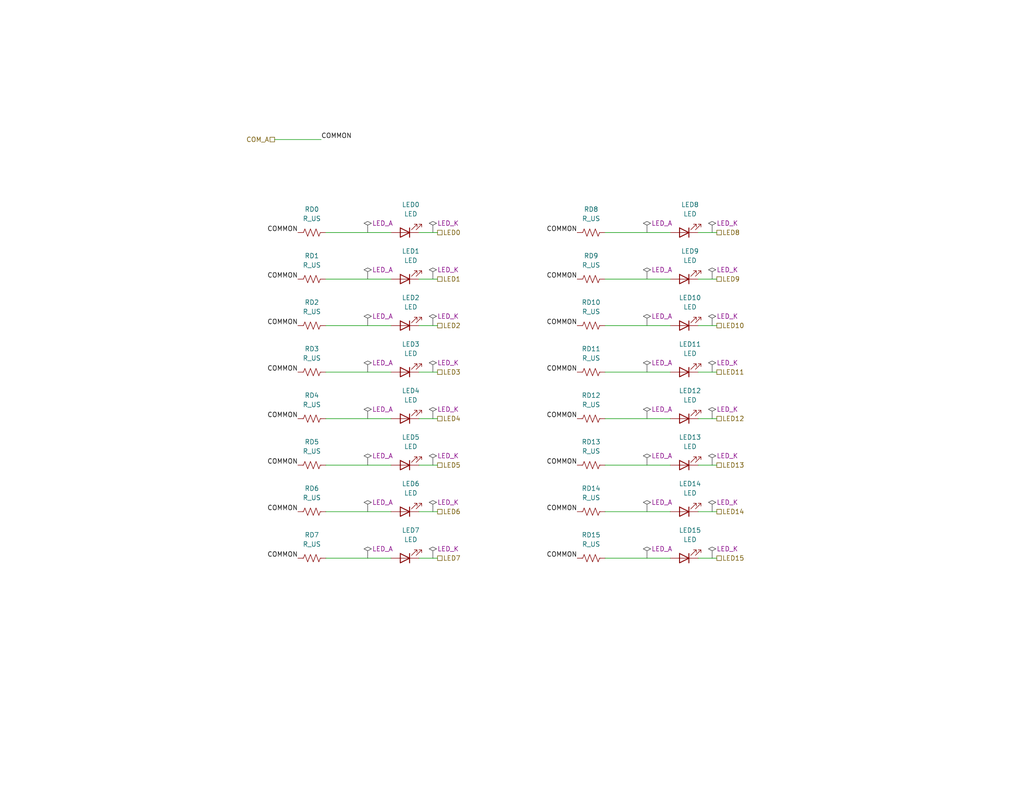
<source format=kicad_sch>
(kicad_sch (version 20250114) (generator "eeschema") (generator_version "9.0")
  (paper "USLetter")
  (title_block (title "Live Laugh Lamp") (date "2025-12-27") (rev "1") (company "Ivan Veloz"))
  (lib_symbols
    (symbol "Device:LED" (pin_numbers (hide yes)) (pin_names (offset 1.016) (hide yes))
      (property "Reference" "D" (at 0 2.54 0))
      (property "Value" "LED" (at 0 -2.54 0))
      (symbol "LED_0_1"
        (polyline (pts (xy -3.048 -0.762) (xy -4.572 -2.286) (xy -3.81 -2.286) (xy -4.572 -2.286) (xy -4.572 -1.524)))
        (polyline (pts (xy -1.778 -0.762) (xy -3.302 -2.286) (xy -2.54 -2.286) (xy -3.302 -2.286) (xy -3.302 -1.524)))
        (polyline (pts (xy -1.27 0) (xy 1.27 0)))
        (polyline (pts (xy -1.27 -1.27) (xy -1.27 1.27)) (stroke (width 0.254)))
        (polyline (pts (xy 1.27 -1.27) (xy 1.27 1.27) (xy -1.27 0) (xy 1.27 -1.27)) (stroke (width 0.254)))
      )
      (symbol "LED_1_1"
        (pin passive line (at -3.81 0 0) (length 2.54) (name "K") (number "1"))
        (pin passive line (at 3.81 0 180) (length 2.54) (name "A") (number "2"))
      )
    )
    (symbol "Device:R_US" (pin_numbers (hide yes)) (pin_names (offset 0))
      (property "Reference" "R" (at 2.54 0 90))
      (property "Value" "R_US" (at -2.54 0 90))
      (symbol "R_US_0_1"
        (polyline (pts (xy 0 2.286) (xy 0 2.54)))
        (polyline (pts (xy 0 2.286) (xy 1.016 1.905) (xy 0 1.524) (xy -1.016 1.143) (xy 0 0.762)))
        (polyline (pts (xy 0 0.762) (xy 1.016 0.381) (xy 0 0) (xy -1.016 -0.381) (xy 0 -0.762)))
        (polyline (pts (xy 0 -0.762) (xy 1.016 -1.143) (xy 0 -1.524) (xy -1.016 -1.905) (xy 0 -2.286)))
        (polyline (pts (xy 0 -2.286) (xy 0 -2.54)))
      )
      (symbol "R_US_1_1"
        (pin passive line (at 0 3.81 270) (length 1.27) (name "~") (number "1"))
        (pin passive line (at 0 -3.81 90) (length 1.27) (name "~") (number "2"))
      )
    )
  )
  (wire (pts (xy 165.1 139.7) (xy 182.88 139.7)))
  (wire (pts (xy 114.3 76.2) (xy 119.38 76.2)))
  (wire (pts (xy 165.1 114.3) (xy 182.88 114.3)))
  (wire (pts (xy 114.3 88.9) (xy 119.38 88.9)))
  (wire (pts (xy 190.5 63.5) (xy 195.58 63.5)))
  (wire (pts (xy 114.3 152.4) (xy 119.38 152.4)))
  (wire (pts (xy 88.9 63.5) (xy 106.68 63.5)))
  (wire (pts (xy 88.9 152.4) (xy 106.68 152.4)))
  (wire (pts (xy 190.5 114.3) (xy 195.58 114.3)))
  (wire (pts (xy 165.1 101.6) (xy 182.88 101.6)))
  (wire (pts (xy 88.9 101.6) (xy 106.68 101.6)))
  (wire (pts (xy 190.5 152.4) (xy 195.58 152.4)))
  (wire (pts (xy 88.9 88.9) (xy 106.68 88.9)))
  (wire (pts (xy 88.9 114.3) (xy 106.68 114.3)))
  (wire (pts (xy 165.1 88.9) (xy 182.88 88.9)))
  (wire (pts (xy 190.5 101.6) (xy 195.58 101.6)))
  (wire (pts (xy 114.3 139.7) (xy 119.38 139.7)))
  (wire (pts (xy 190.5 76.2) (xy 195.58 76.2)))
  (wire (pts (xy 190.5 139.7) (xy 195.58 139.7)))
  (wire (pts (xy 74.93 38.1) (xy 87.63 38.1)))
  (wire (pts (xy 165.1 152.4) (xy 182.88 152.4)))
  (wire (pts (xy 190.5 88.9) (xy 195.58 88.9)))
  (wire (pts (xy 114.3 63.5) (xy 119.38 63.5)))
  (wire (pts (xy 165.1 76.2) (xy 182.88 76.2)))
  (wire (pts (xy 114.3 114.3) (xy 119.38 114.3)))
  (wire (pts (xy 190.5 127) (xy 195.58 127)))
  (wire (pts (xy 88.9 127) (xy 106.68 127)))
  (wire (pts (xy 165.1 127) (xy 182.88 127)))
  (wire (pts (xy 88.9 139.7) (xy 106.68 139.7)))
  (wire (pts (xy 165.1 63.5) (xy 182.88 63.5)))
  (wire (pts (xy 88.9 76.2) (xy 106.68 76.2)))
  (wire (pts (xy 114.3 127) (xy 119.38 127)))
  (wire (pts (xy 114.3 101.6) (xy 119.38 101.6)))
  (label "COMMON" (at 157.48 63.5 180))
  (label "COMMON" (at 81.28 152.4 180))
  (label "COMMON" (at 157.48 139.7 180))
  (label "COMMON" (at 157.48 76.2 180))
  (label "COMMON" (at 81.28 88.9 180))
  (label "COMMON" (at 81.28 63.5 180))
  (label "COMMON" (at 81.28 127 180))
  (label "COMMON" (at 157.48 88.9 180))
  (label "COMMON" (at 81.28 101.6 180))
  (label "COMMON" (at 81.28 139.7 180))
  (label "COMMON" (at 157.48 152.4 180))
  (label "COMMON" (at 87.63 38.1 0))
  (label "COMMON" (at 157.48 127 180))
  (label "COMMON" (at 157.48 101.6 180))
  (label "COMMON" (at 81.28 114.3 180))
  (label "COMMON" (at 81.28 76.2 180))
  (label "COMMON" (at 157.48 114.3 180))
  (hierarchical_label "LED2" (shape passive) (at 119.38 88.9 0))
  (hierarchical_label "LED3" (shape passive) (at 119.38 101.6 0))
  (hierarchical_label "LED1" (shape passive) (at 119.38 76.2 0))
  (hierarchical_label "LED4" (shape passive) (at 119.38 114.3 0))
  (hierarchical_label "COM_A" (shape passive) (at 74.93 38.1 180))
  (hierarchical_label "LED0" (shape passive) (at 119.38 63.5 0))
  (hierarchical_label "LED13" (shape passive) (at 195.58 127 0))
  (hierarchical_label "LED12" (shape passive) (at 195.58 114.3 0))
  (hierarchical_label "LED15" (shape passive) (at 195.58 152.4 0))
  (hierarchical_label "LED14" (shape passive) (at 195.58 139.7 0))
  (hierarchical_label "LED9" (shape passive) (at 195.58 76.2 0))
  (hierarchical_label "LED8" (shape passive) (at 195.58 63.5 0))
  (hierarchical_label "LED10" (shape passive) (at 195.58 88.9 0))
  (hierarchical_label "LED11" (shape passive) (at 195.58 101.6 0))
  (hierarchical_label "LED7" (shape passive) (at 119.38 152.4 0))
  (hierarchical_label "LED6" (shape passive) (at 119.38 139.7 0))
  (hierarchical_label "LED5" (shape passive) (at 119.38 127 0))
  (netclass_flag "" (length 2.54) (shape diamond) (at 194.31 101.6 0) (property "Netclass" "LED_K" (at 195.5165 99.06 0) (effects (justify left))))
  (netclass_flag "" (length 2.54) (shape diamond) (at 118.11 88.9 0) (property "Netclass" "LED_K" (at 119.3165 86.36 0) (effects (justify left))))
  (netclass_flag "" (length 2.54) (shape diamond) (at 176.53 127 0) (property "Netclass" "LED_A" (at 177.7365 124.46 0) (effects (justify left))))
  (netclass_flag "" (length 2.54) (shape diamond) (at 176.53 88.9 0) (property "Netclass" "LED_A" (at 177.7365 86.36 0) (effects (justify left))))
  (netclass_flag "" (length 2.54) (shape diamond) (at 100.33 88.9 0) (property "Netclass" "LED_A" (at 101.5365 86.36 0) (effects (justify left))))
  (netclass_flag "" (length 2.54) (shape diamond) (at 194.31 152.4 0) (property "Netclass" "LED_K" (at 195.5165 149.86 0) (effects (justify left))))
  (netclass_flag "" (length 2.54) (shape diamond) (at 118.11 139.7 0) (property "Netclass" "LED_K" (at 119.3165 137.16 0) (effects (justify left))))
  (netclass_flag "" (length 2.54) (shape diamond) (at 194.31 76.2 0) (property "Netclass" "LED_K" (at 195.5165 73.66 0) (effects (justify left))))
  (netclass_flag "" (length 2.54) (shape diamond) (at 176.53 63.5 0) (property "Netclass" "LED_A" (at 177.7365 60.96 0) (effects (justify left))))
  (netclass_flag "" (length 2.54) (shape diamond) (at 100.33 63.5 0) (property "Netclass" "LED_A" (at 101.5365 60.96 0) (effects (justify left))))
  (netclass_flag "" (length 2.54) (shape diamond) (at 176.53 101.6 0) (property "Netclass" "LED_A" (at 177.7365 99.06 0) (effects (justify left))))
  (netclass_flag "" (length 2.54) (shape diamond) (at 118.11 114.3 0) (property "Netclass" "LED_K" (at 119.3165 111.76 0) (effects (justify left))))
  (netclass_flag "" (length 2.54) (shape diamond) (at 176.53 114.3 0) (property "Netclass" "LED_A" (at 177.7365 111.76 0) (effects (justify left))))
  (netclass_flag "" (length 2.54) (shape diamond) (at 194.31 88.9 0) (property "Netclass" "LED_K" (at 195.5165 86.36 0) (effects (justify left))))
  (netclass_flag "" (length 2.54) (shape diamond) (at 194.31 127 0) (property "Netclass" "LED_K" (at 195.5165 124.46 0) (effects (justify left))))
  (netclass_flag "" (length 2.54) (shape diamond) (at 100.33 152.4 0) (property "Netclass" "LED_A" (at 101.5365 149.86 0) (effects (justify left))))
  (netclass_flag "" (length 2.54) (shape diamond) (at 176.53 152.4 0) (property "Netclass" "LED_A" (at 177.7365 149.86 0) (effects (justify left))))
  (netclass_flag "" (length 2.54) (shape diamond) (at 100.33 76.2 0) (property "Netclass" "LED_A" (at 101.5365 73.66 0) (effects (justify left))))
  (netclass_flag "" (length 2.54) (shape diamond) (at 118.11 152.4 0) (property "Netclass" "LED_K" (at 119.3165 149.86 0) (effects (justify left))))
  (netclass_flag "" (length 2.54) (shape diamond) (at 176.53 76.2 0) (property "Netclass" "LED_A" (at 177.7365 73.66 0) (effects (justify left))))
  (netclass_flag "" (length 2.54) (shape diamond) (at 100.33 139.7 0) (property "Netclass" "LED_A" (at 101.5365 137.16 0) (effects (justify left))))
  (netclass_flag "" (length 2.54) (shape diamond) (at 100.33 114.3 0) (property "Netclass" "LED_A" (at 101.5365 111.76 0) (effects (justify left))))
  (netclass_flag "" (length 2.54) (shape diamond) (at 194.31 139.7 0) (property "Netclass" "LED_K" (at 195.5165 137.16 0) (effects (justify left))))
  (netclass_flag "" (length 2.54) (shape diamond) (at 194.31 63.5 0) (property "Netclass" "LED_K" (at 195.5165 60.96 0) (effects (justify left))))
  (netclass_flag "" (length 2.54) (shape diamond) (at 118.11 101.6 0) (property "Netclass" "LED_K" (at 119.3165 99.06 0) (effects (justify left))))
  (netclass_flag "" (length 2.54) (shape diamond) (at 176.53 139.7 0) (property "Netclass" "LED_A" (at 177.7365 137.16 0) (effects (justify left))))
  (netclass_flag "" (length 2.54) (shape diamond) (at 118.11 127 0) (property "Netclass" "LED_K" (at 119.3165 124.46 0) (effects (justify left))))
  (netclass_flag "" (length 2.54) (shape diamond) (at 118.11 63.5 0) (property "Netclass" "LED_K" (at 119.3165 60.96 0) (effects (justify left))))
  (netclass_flag "" (length 2.54) (shape diamond) (at 100.33 101.6 0) (property "Netclass" "LED_A" (at 101.5365 99.06 0) (effects (justify left))))
  (netclass_flag "" (length 2.54) (shape diamond) (at 194.31 114.3 0) (property "Netclass" "LED_K" (at 195.5165 111.76 0) (effects (justify left))))
  (netclass_flag "" (length 2.54) (shape diamond) (at 100.33 127 0) (property "Netclass" "LED_A" (at 101.5365 124.46 0) (effects (justify left))))
  (netclass_flag "" (length 2.54) (shape diamond) (at 118.11 76.2 0) (property "Netclass" "LED_K" (at 119.3165 73.66 0) (effects (justify left))))
  (symbol (lib_id "Device:LED") (at 110.49 88.9 180) (unit 1)
    (property "Reference" "LED2" (at 112.0775 81.28 0))
    (property "Value" "LED" (at 112.0775 83.82 0))
    (property "Footprint" "LED_SMD:LED_Cree-XP-G" (effects (hide yes)))
    (property "Description" "Light emitting diode" (effects (hide yes)))
    (property "Sim.Pins" "1=K 2=A" (effects (hide yes)))
  )
  (symbol (lib_id "Device:R_US") (at 85.09 127 270) (unit 1)
    (property "Reference" "RD5" (at 85.09 120.65 90))
    (property "Value" "R_US" (at 85.09 123.19 90))
    (property "Footprint" "Resistor_SMD:R_1206_3216Metric" (effects (hide yes)))
    (property "Description" "Resistor, US symbol" (effects (hide yes)))
  )
  (symbol (lib_id "Device:R_US") (at 161.29 88.9 270) (unit 1)
    (property "Reference" "RD10" (at 161.29 82.55 90))
    (property "Value" "R_US" (at 161.29 85.09 90))
    (property "Footprint" "Resistor_SMD:R_1206_3216Metric" (effects (hide yes)))
    (property "Description" "Resistor, US symbol" (effects (hide yes)))
  )
  (symbol (lib_id "Device:R_US") (at 85.09 63.5 270) (unit 1)
    (property "Reference" "RD0" (at 85.09 57.15 90))
    (property "Value" "R_US" (at 85.09 59.69 90))
    (property "Footprint" "Resistor_SMD:R_1206_3216Metric" (effects (hide yes)))
    (property "Description" "Resistor, US symbol" (effects (hide yes)))
  )
  (symbol (lib_id "Device:R_US") (at 161.29 127 270) (unit 1)
    (property "Reference" "RD13" (at 161.29 120.65 90))
    (property "Value" "R_US" (at 161.29 123.19 90))
    (property "Footprint" "Resistor_SMD:R_1206_3216Metric" (effects (hide yes)))
    (property "Description" "Resistor, US symbol" (effects (hide yes)))
  )
  (symbol (lib_id "Device:R_US") (at 161.29 152.4 270) (unit 1)
    (property "Reference" "RD15" (at 161.29 146.05 90))
    (property "Value" "R_US" (at 161.29 148.59 90))
    (property "Footprint" "Resistor_SMD:R_1206_3216Metric" (effects (hide yes)))
    (property "Description" "Resistor, US symbol" (effects (hide yes)))
  )
  (symbol (lib_id "Device:LED") (at 186.69 76.2 180) (unit 1)
    (property "Reference" "LED9" (at 188.2775 68.58 0))
    (property "Value" "LED" (at 188.2775 71.12 0))
    (property "Footprint" "LED_SMD:LED_Cree-XP-G" (effects (hide yes)))
    (property "Description" "Light emitting diode" (effects (hide yes)))
    (property "Sim.Pins" "1=K 2=A" (effects (hide yes)))
  )
  (symbol (lib_id "Device:LED") (at 186.69 114.3 180) (unit 1)
    (property "Reference" "LED12" (at 188.2775 106.68 0))
    (property "Value" "LED" (at 188.2775 109.22 0))
    (property "Footprint" "LED_SMD:LED_Cree-XP-G" (effects (hide yes)))
    (property "Description" "Light emitting diode" (effects (hide yes)))
    (property "Sim.Pins" "1=K 2=A" (effects (hide yes)))
  )
  (symbol (lib_id "Device:LED") (at 186.69 88.9 180) (unit 1)
    (property "Reference" "LED10" (at 188.2775 81.28 0))
    (property "Value" "LED" (at 188.2775 83.82 0))
    (property "Footprint" "LED_SMD:LED_Cree-XP-G" (effects (hide yes)))
    (property "Description" "Light emitting diode" (effects (hide yes)))
    (property "Sim.Pins" "1=K 2=A" (effects (hide yes)))
  )
  (symbol (lib_id "Device:LED") (at 110.49 76.2 180) (unit 1)
    (property "Reference" "LED1" (at 112.0775 68.58 0))
    (property "Value" "LED" (at 112.0775 71.12 0))
    (property "Footprint" "LED_SMD:LED_Cree-XP-G" (effects (hide yes)))
    (property "Description" "Light emitting diode" (effects (hide yes)))
    (property "Sim.Pins" "1=K 2=A" (effects (hide yes)))
  )
  (symbol (lib_id "Device:R_US") (at 161.29 101.6 270) (unit 1)
    (property "Reference" "RD11" (at 161.29 95.25 90))
    (property "Value" "R_US" (at 161.29 97.79 90))
    (property "Footprint" "Resistor_SMD:R_1206_3216Metric" (effects (hide yes)))
    (property "Description" "Resistor, US symbol" (effects (hide yes)))
  )
  (symbol (lib_id "Device:LED") (at 110.49 139.7 180) (unit 1)
    (property "Reference" "LED6" (at 112.0775 132.08 0))
    (property "Value" "LED" (at 112.0775 134.62 0))
    (property "Footprint" "LED_SMD:LED_Cree-XP-G" (effects (hide yes)))
    (property "Description" "Light emitting diode" (effects (hide yes)))
    (property "Sim.Pins" "1=K 2=A" (effects (hide yes)))
  )
  (symbol (lib_id "Device:R_US") (at 161.29 76.2 270) (unit 1)
    (property "Reference" "RD9" (at 161.29 69.85 90))
    (property "Value" "R_US" (at 161.29 72.39 90))
    (property "Footprint" "Resistor_SMD:R_1206_3216Metric" (effects (hide yes)))
    (property "Description" "Resistor, US symbol" (effects (hide yes)))
  )
  (symbol (lib_id "Device:LED") (at 110.49 114.3 180) (unit 1)
    (property "Reference" "LED4" (at 112.0775 106.68 0))
    (property "Value" "LED" (at 112.0775 109.22 0))
    (property "Footprint" "LED_SMD:LED_Cree-XP-G" (effects (hide yes)))
    (property "Description" "Light emitting diode" (effects (hide yes)))
    (property "Sim.Pins" "1=K 2=A" (effects (hide yes)))
  )
  (symbol (lib_id "Device:R_US") (at 85.09 152.4 270) (unit 1)
    (property "Reference" "RD7" (at 85.09 146.05 90))
    (property "Value" "R_US" (at 85.09 148.59 90))
    (property "Footprint" "Resistor_SMD:R_1206_3216Metric" (effects (hide yes)))
    (property "Description" "Resistor, US symbol" (effects (hide yes)))
  )
  (symbol (lib_id "Device:R_US") (at 85.09 88.9 270) (unit 1)
    (property "Reference" "RD2" (at 85.09 82.55 90))
    (property "Value" "R_US" (at 85.09 85.09 90))
    (property "Footprint" "Resistor_SMD:R_1206_3216Metric" (effects (hide yes)))
    (property "Description" "Resistor, US symbol" (effects (hide yes)))
  )
  (symbol (lib_id "Device:R_US") (at 85.09 76.2 270) (unit 1)
    (property "Reference" "RD1" (at 85.09 69.85 90))
    (property "Value" "R_US" (at 85.09 72.39 90))
    (property "Footprint" "Resistor_SMD:R_1206_3216Metric" (effects (hide yes)))
    (property "Description" "Resistor, US symbol" (effects (hide yes)))
  )
  (symbol (lib_id "Device:LED") (at 110.49 127 180) (unit 1)
    (property "Reference" "LED5" (at 112.0775 119.38 0))
    (property "Value" "LED" (at 112.0775 121.92 0))
    (property "Footprint" "LED_SMD:LED_Cree-XP-G" (effects (hide yes)))
    (property "Description" "Light emitting diode" (effects (hide yes)))
    (property "Sim.Pins" "1=K 2=A" (effects (hide yes)))
  )
  (symbol (lib_id "Device:LED") (at 110.49 63.5 180) (unit 1)
    (property "Reference" "LED0" (at 112.0775 55.88 0))
    (property "Value" "LED" (at 112.0775 58.42 0))
    (property "Footprint" "LED_SMD:LED_Cree-XP-G" (effects (hide yes)))
    (property "Description" "Light emitting diode" (effects (hide yes)))
    (property "Sim.Pins" "1=K 2=A" (effects (hide yes)))
  )
  (symbol (lib_id "Device:R_US") (at 161.29 114.3 270) (unit 1)
    (property "Reference" "RD12" (at 161.29 107.95 90))
    (property "Value" "R_US" (at 161.29 110.49 90))
    (property "Footprint" "Resistor_SMD:R_1206_3216Metric" (effects (hide yes)))
    (property "Description" "Resistor, US symbol" (effects (hide yes)))
  )
  (symbol (lib_id "Device:R_US") (at 85.09 101.6 270) (unit 1)
    (property "Reference" "RD3" (at 85.09 95.25 90))
    (property "Value" "R_US" (at 85.09 97.79 90))
    (property "Footprint" "Resistor_SMD:R_1206_3216Metric" (effects (hide yes)))
    (property "Description" "Resistor, US symbol" (effects (hide yes)))
  )
  (symbol (lib_id "Device:R_US") (at 161.29 63.5 270) (unit 1)
    (property "Reference" "RD8" (at 161.29 57.15 90))
    (property "Value" "R_US" (at 161.29 59.69 90))
    (property "Footprint" "Resistor_SMD:R_1206_3216Metric" (effects (hide yes)))
    (property "Description" "Resistor, US symbol" (effects (hide yes)))
  )
  (symbol (lib_id "Device:LED") (at 186.69 101.6 180) (unit 1)
    (property "Reference" "LED11" (at 188.2775 93.98 0))
    (property "Value" "LED" (at 188.2775 96.52 0))
    (property "Footprint" "LED_SMD:LED_Cree-XP-G" (effects (hide yes)))
    (property "Description" "Light emitting diode" (effects (hide yes)))
    (property "Sim.Pins" "1=K 2=A" (effects (hide yes)))
  )
  (symbol (lib_id "Device:R_US") (at 161.29 139.7 270) (unit 1)
    (property "Reference" "RD14" (at 161.29 133.35 90))
    (property "Value" "R_US" (at 161.29 135.89 90))
    (property "Footprint" "Resistor_SMD:R_1206_3216Metric" (effects (hide yes)))
    (property "Description" "Resistor, US symbol" (effects (hide yes)))
  )
  (symbol (lib_id "Device:LED") (at 186.69 127 180) (unit 1)
    (property "Reference" "LED13" (at 188.2775 119.38 0))
    (property "Value" "LED" (at 188.2775 121.92 0))
    (property "Footprint" "LED_SMD:LED_Cree-XP-G" (effects (hide yes)))
    (property "Description" "Light emitting diode" (effects (hide yes)))
    (property "Sim.Pins" "1=K 2=A" (effects (hide yes)))
  )
  (symbol (lib_id "Device:LED") (at 110.49 101.6 180) (unit 1)
    (property "Reference" "LED3" (at 112.0775 93.98 0))
    (property "Value" "LED" (at 112.0775 96.52 0))
    (property "Footprint" "LED_SMD:LED_Cree-XP-G" (effects (hide yes)))
    (property "Description" "Light emitting diode" (effects (hide yes)))
    (property "Sim.Pins" "1=K 2=A" (effects (hide yes)))
  )
  (symbol (lib_id "Device:LED") (at 110.49 152.4 180) (unit 1)
    (property "Reference" "LED7" (at 112.0775 144.78 0))
    (property "Value" "LED" (at 112.0775 147.32 0))
    (property "Footprint" "LED_SMD:LED_Cree-XP-G" (effects (hide yes)))
    (property "Description" "Light emitting diode" (effects (hide yes)))
    (property "Sim.Pins" "1=K 2=A" (effects (hide yes)))
  )
  (symbol (lib_id "Device:R_US") (at 85.09 139.7 270) (unit 1)
    (property "Reference" "RD6" (at 85.09 133.35 90))
    (property "Value" "R_US" (at 85.09 135.89 90))
    (property "Footprint" "Resistor_SMD:R_1206_3216Metric" (effects (hide yes)))
    (property "Description" "Resistor, US symbol" (effects (hide yes)))
  )
  (symbol (lib_id "Device:R_US") (at 85.09 114.3 270) (unit 1)
    (property "Reference" "RD4" (at 85.09 107.95 90))
    (property "Value" "R_US" (at 85.09 110.49 90))
    (property "Footprint" "Resistor_SMD:R_1206_3216Metric" (effects (hide yes)))
    (property "Description" "Resistor, US symbol" (effects (hide yes)))
  )
  (symbol (lib_id "Device:LED") (at 186.69 63.5 180) (unit 1)
    (property "Reference" "LED8" (at 188.2775 55.88 0))
    (property "Value" "LED" (at 188.2775 58.42 0))
    (property "Footprint" "LED_SMD:LED_Cree-XP-G" (effects (hide yes)))
    (property "Description" "Light emitting diode" (effects (hide yes)))
    (property "Sim.Pins" "1=K 2=A" (effects (hide yes)))
  )
  (symbol (lib_id "Device:LED") (at 186.69 139.7 180) (unit 1)
    (property "Reference" "LED14" (at 188.2775 132.08 0))
    (property "Value" "LED" (at 188.2775 134.62 0))
    (property "Footprint" "LED_SMD:LED_Cree-XP-G" (effects (hide yes)))
    (property "Description" "Light emitting diode" (effects (hide yes)))
    (property "Sim.Pins" "1=K 2=A" (effects (hide yes)))
  )
  (symbol (lib_id "Device:LED") (at 186.69 152.4 180) (unit 1)
    (property "Reference" "LED15" (at 188.2775 144.78 0))
    (property "Value" "LED" (at 188.2775 147.32 0))
    (property "Footprint" "LED_SMD:LED_Cree-XP-G" (effects (hide yes)))
    (property "Description" "Light emitting diode" (effects (hide yes)))
    (property "Sim.Pins" "1=K 2=A" (effects (hide yes)))
  )
)
</source>
